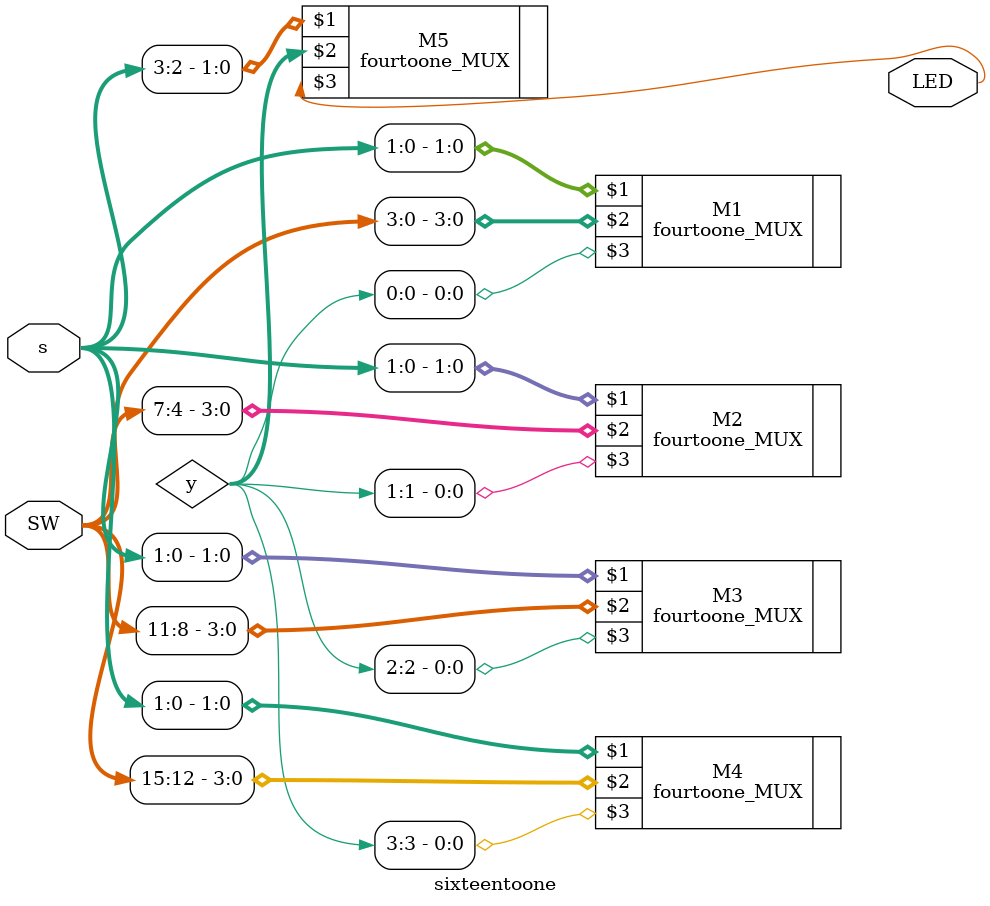
<source format=v>
`timescale 1ns / 1ps


module sixteentoone(
input [3:0] s,
input [15:0] SW,
output wire LED
    );
    
wire [3:0] y;

fourtoone_MUX M1(s[1:0],SW[3:0],y[0]);
fourtoone_MUX M2(s[1:0],SW[7:4],y[1]);
fourtoone_MUX M3(s[1:0],SW[11:8],y[2]);
fourtoone_MUX M4(s[1:0],SW[15:12],y[3]);

fourtoone_MUX M5(s[3:2],y,LED);


endmodule

</source>
